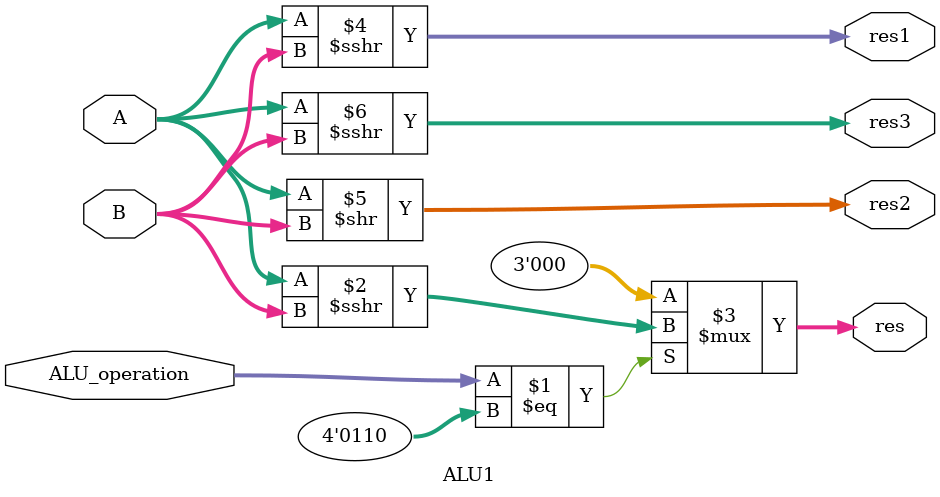
<source format=v>
`timescale 1ns / 1ps

module ALU1(
    input [2:0] A,
    input [2:0] B,
    input [3:0] ALU_operation,
    output [2:0] res,
    output [2:0] res1,
        output [2:0] res2,
            output [2:0] res3
);
//assign res = (ALU_operation == 4'd6) ?$signed(A)>>> $signed(B) :                            // SRL Logic
    assign res = (ALU_operation == 4'd6) ?$signed(A)>>> $signed(B) :  
                $signed(3'b000);
                //3'b000;
     assign res1 =  $signed(A) >>> $signed(B);
     assign res2 =  $signed(A) >> $signed(B);
     assign res3 =  A >>> $signed(B);

endmodule

</source>
